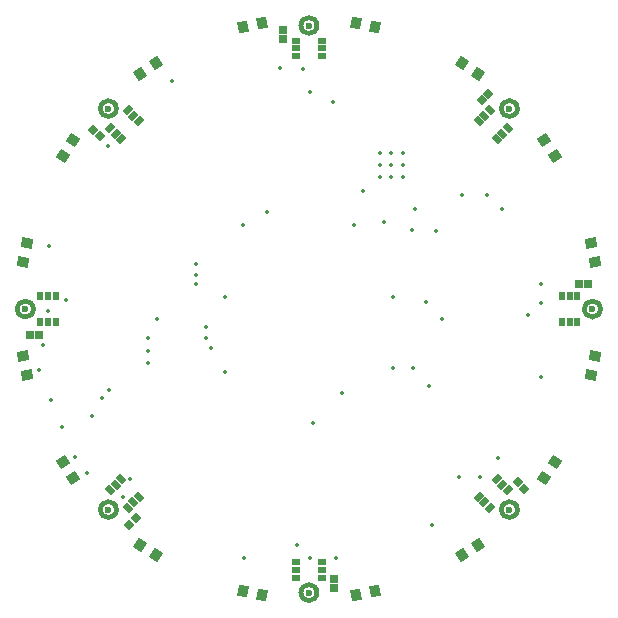
<source format=gbs>
G04 Layer_Color=16711935*
%FSAX25Y25*%
%MOIN*%
G70*
G01*
G75*
%ADD31C,0.02362*%
%ADD35C,0.00394*%
%ADD70R,0.02569X0.02647*%
%ADD74R,0.02647X0.02569*%
%ADD75C,0.01400*%
%ADD76C,0.01781*%
G04:AMPARAMS|DCode=77|XSize=21.75mil|YSize=29.62mil|CornerRadius=0mil|HoleSize=0mil|Usage=FLASHONLY|Rotation=315.000|XOffset=0mil|YOffset=0mil|HoleType=Round|Shape=Rectangle|*
%AMROTATEDRECTD77*
4,1,4,-0.01816,-0.00278,0.00278,0.01816,0.01816,0.00278,-0.00278,-0.01816,-0.01816,-0.00278,0.0*
%
%ADD77ROTATEDRECTD77*%

%ADD78R,0.02962X0.02175*%
G04:AMPARAMS|DCode=79|XSize=21.75mil|YSize=29.62mil|CornerRadius=0mil|HoleSize=0mil|Usage=FLASHONLY|Rotation=225.000|XOffset=0mil|YOffset=0mil|HoleType=Round|Shape=Rectangle|*
%AMROTATEDRECTD79*
4,1,4,-0.00278,0.01816,0.01816,-0.00278,0.00278,-0.01816,-0.01816,0.00278,-0.00278,0.01816,0.0*
%
%ADD79ROTATEDRECTD79*%

%ADD80R,0.02175X0.02962*%
G04:AMPARAMS|DCode=81|XSize=33.56mil|YSize=37.5mil|CornerRadius=0mil|HoleSize=0mil|Usage=FLASHONLY|Rotation=281.250|XOffset=0mil|YOffset=0mil|HoleType=Round|Shape=Rectangle|*
%AMROTATEDRECTD81*
4,1,4,-0.02166,0.01280,0.01511,0.02012,0.02166,-0.01280,-0.01511,-0.02012,-0.02166,0.01280,0.0*
%
%ADD81ROTATEDRECTD81*%

G04:AMPARAMS|DCode=82|XSize=33.56mil|YSize=37.5mil|CornerRadius=0mil|HoleSize=0mil|Usage=FLASHONLY|Rotation=258.750|XOffset=0mil|YOffset=0mil|HoleType=Round|Shape=Rectangle|*
%AMROTATEDRECTD82*
4,1,4,-0.01511,0.02012,0.02166,0.01280,0.01511,-0.02012,-0.02166,-0.01280,-0.01511,0.02012,0.0*
%
%ADD82ROTATEDRECTD82*%

G04:AMPARAMS|DCode=83|XSize=33.56mil|YSize=37.5mil|CornerRadius=0mil|HoleSize=0mil|Usage=FLASHONLY|Rotation=236.250|XOffset=0mil|YOffset=0mil|HoleType=Round|Shape=Rectangle|*
%AMROTATEDRECTD83*
4,1,4,-0.00627,0.02437,0.02491,0.00354,0.00627,-0.02437,-0.02491,-0.00354,-0.00627,0.02437,0.0*
%
%ADD83ROTATEDRECTD83*%

G04:AMPARAMS|DCode=84|XSize=33.56mil|YSize=37.5mil|CornerRadius=0mil|HoleSize=0mil|Usage=FLASHONLY|Rotation=213.750|XOffset=0mil|YOffset=0mil|HoleType=Round|Shape=Rectangle|*
%AMROTATEDRECTD84*
4,1,4,0.00354,0.02491,0.02437,-0.00627,-0.00354,-0.02491,-0.02437,0.00627,0.00354,0.02491,0.0*
%
%ADD84ROTATEDRECTD84*%

G04:AMPARAMS|DCode=85|XSize=33.56mil|YSize=37.5mil|CornerRadius=0mil|HoleSize=0mil|Usage=FLASHONLY|Rotation=191.250|XOffset=0mil|YOffset=0mil|HoleType=Round|Shape=Rectangle|*
%AMROTATEDRECTD85*
4,1,4,0.01280,0.02166,0.02012,-0.01511,-0.01280,-0.02166,-0.02012,0.01511,0.01280,0.02166,0.0*
%
%ADD85ROTATEDRECTD85*%

G04:AMPARAMS|DCode=86|XSize=33.56mil|YSize=37.5mil|CornerRadius=0mil|HoleSize=0mil|Usage=FLASHONLY|Rotation=168.750|XOffset=0mil|YOffset=0mil|HoleType=Round|Shape=Rectangle|*
%AMROTATEDRECTD86*
4,1,4,0.02012,0.01511,0.01280,-0.02166,-0.02012,-0.01511,-0.01280,0.02166,0.02012,0.01511,0.0*
%
%ADD86ROTATEDRECTD86*%

G04:AMPARAMS|DCode=87|XSize=33.56mil|YSize=37.5mil|CornerRadius=0mil|HoleSize=0mil|Usage=FLASHONLY|Rotation=146.250|XOffset=0mil|YOffset=0mil|HoleType=Round|Shape=Rectangle|*
%AMROTATEDRECTD87*
4,1,4,0.02437,0.00627,0.00354,-0.02491,-0.02437,-0.00627,-0.00354,0.02491,0.02437,0.00627,0.0*
%
%ADD87ROTATEDRECTD87*%

G04:AMPARAMS|DCode=88|XSize=33.56mil|YSize=37.5mil|CornerRadius=0mil|HoleSize=0mil|Usage=FLASHONLY|Rotation=123.750|XOffset=0mil|YOffset=0mil|HoleType=Round|Shape=Rectangle|*
%AMROTATEDRECTD88*
4,1,4,0.02491,-0.00354,-0.00627,-0.02437,-0.02491,0.00354,0.00627,0.02437,0.02491,-0.00354,0.0*
%
%ADD88ROTATEDRECTD88*%

G04:AMPARAMS|DCode=89|XSize=25.69mil|YSize=26.47mil|CornerRadius=0mil|HoleSize=0mil|Usage=FLASHONLY|Rotation=135.000|XOffset=0mil|YOffset=0mil|HoleType=Round|Shape=Rectangle|*
%AMROTATEDRECTD89*
4,1,4,0.01844,0.00028,-0.00028,-0.01844,-0.01844,-0.00028,0.00028,0.01844,0.01844,0.00028,0.0*
%
%ADD89ROTATEDRECTD89*%

G04:AMPARAMS|DCode=90|XSize=25.69mil|YSize=26.47mil|CornerRadius=0mil|HoleSize=0mil|Usage=FLASHONLY|Rotation=225.000|XOffset=0mil|YOffset=0mil|HoleType=Round|Shape=Rectangle|*
%AMROTATEDRECTD90*
4,1,4,-0.00028,0.01844,0.01844,-0.00028,0.00028,-0.01844,-0.01844,0.00028,-0.00028,0.01844,0.0*
%
%ADD90ROTATEDRECTD90*%

D31*
X0442165Y0328335D02*
D03*
X0509000Y0356020D02*
D03*
X0575836Y0328335D02*
D03*
X0603520Y0261500D02*
D03*
X0575836Y0194665D02*
D03*
X0509000Y0166980D02*
D03*
X0442165Y0194665D02*
D03*
X0414480Y0261500D02*
D03*
D35*
X0444044Y0326456D02*
D03*
X0509000Y0353362D02*
D03*
X0573956Y0326456D02*
D03*
X0600862Y0261500D02*
D03*
X0573956Y0196544D02*
D03*
X0509000Y0169638D02*
D03*
X0444044Y0196544D02*
D03*
X0417138Y0261500D02*
D03*
D70*
X0415886Y0253000D02*
D03*
X0419114D02*
D03*
X0602114Y0270000D02*
D03*
X0598886D02*
D03*
D74*
X0500500Y0354614D02*
D03*
Y0351386D02*
D03*
X0517500Y0168386D02*
D03*
Y0171614D02*
D03*
D75*
X0532563Y0309500D02*
D03*
X0536500D02*
D03*
X0540437D02*
D03*
X0532563Y0313437D02*
D03*
X0536500D02*
D03*
X0540437D02*
D03*
X0532563Y0305563D02*
D03*
X0536500D02*
D03*
X0540437D02*
D03*
X0428000Y0264500D02*
D03*
X0422000Y0261000D02*
D03*
X0449500Y0205000D02*
D03*
X0447000Y0199000D02*
D03*
X0505000Y0183000D02*
D03*
X0509500Y0178500D02*
D03*
X0559000Y0205500D02*
D03*
X0566000D02*
D03*
X0582000Y0259500D02*
D03*
X0586500Y0263500D02*
D03*
X0560000Y0299500D02*
D03*
X0568500D02*
D03*
X0573500Y0295007D02*
D03*
X0509500Y0334000D02*
D03*
X0507000Y0341500D02*
D03*
X0471500Y0276500D02*
D03*
Y0273000D02*
D03*
X0442000Y0316000D02*
D03*
X0463500Y0337500D02*
D03*
X0471500Y0270000D02*
D03*
X0422500Y0282500D02*
D03*
X0499500Y0342000D02*
D03*
X0559994Y0343487D02*
D03*
X0517000Y0330500D02*
D03*
X0586500Y0270000D02*
D03*
Y0239000D02*
D03*
X0572000Y0212000D02*
D03*
X0550000Y0189500D02*
D03*
X0518000Y0178500D02*
D03*
X0487500D02*
D03*
X0413740Y0277237D02*
D03*
X0543366Y0287988D02*
D03*
X0527000Y0301000D02*
D03*
X0420500Y0249500D02*
D03*
X0436618Y0225890D02*
D03*
X0430973Y0212078D02*
D03*
X0426840Y0222056D02*
D03*
X0423014Y0231295D02*
D03*
X0418900Y0241225D02*
D03*
X0455500Y0252000D02*
D03*
Y0247500D02*
D03*
Y0243500D02*
D03*
X0458500Y0258350D02*
D03*
X0481000Y0240500D02*
D03*
X0520000Y0233500D02*
D03*
X0537000Y0242000D02*
D03*
X0549000Y0236000D02*
D03*
X0537000Y0265500D02*
D03*
X0548000Y0264000D02*
D03*
X0551500Y0287500D02*
D03*
X0524000Y0289500D02*
D03*
X0495000Y0294000D02*
D03*
X0487000Y0289500D02*
D03*
X0481000Y0265500D02*
D03*
X0476500Y0248500D02*
D03*
X0442500Y0234500D02*
D03*
X0440000Y0232000D02*
D03*
X0474767Y0252000D02*
D03*
Y0255500D02*
D03*
X0510500Y0223500D02*
D03*
X0543750Y0241850D02*
D03*
X0553250Y0258150D02*
D03*
X0419114Y0253000D02*
D03*
X0451451Y0191931D02*
D03*
X0435000Y0207000D02*
D03*
X0430513Y0205269D02*
D03*
X0458006Y0179513D02*
D03*
X0493263Y0166240D02*
D03*
X0530915Y0167469D02*
D03*
X0565231Y0183013D02*
D03*
X0590987Y0210506D02*
D03*
X0604260Y0245763D02*
D03*
X0603031Y0283415D02*
D03*
X0587487Y0317731D02*
D03*
X0524737Y0356760D02*
D03*
X0487085Y0355531D02*
D03*
X0452769Y0339987D02*
D03*
X0427013Y0312494D02*
D03*
X0534000Y0290500D02*
D03*
X0544500Y0295000D02*
D03*
D76*
X0444822Y0328335D02*
G03*
X0444822Y0328335I-0002657J0000000D01*
G01*
X0511657Y0356020D02*
G03*
X0511657Y0356020I-0002657J0000000D01*
G01*
X0578493Y0328335D02*
G03*
X0578493Y0328335I-0002657J0000000D01*
G01*
X0606177Y0261500D02*
G03*
X0606177Y0261500I-0002657J0000000D01*
G01*
X0578493Y0194665D02*
G03*
X0578493Y0194665I-0002657J0000000D01*
G01*
X0511657Y0166980D02*
G03*
X0511657Y0166980I-0002657J0000000D01*
G01*
X0444822Y0194665D02*
G03*
X0444822Y0194665I-0002657J0000000D01*
G01*
X0417138Y0261500D02*
G03*
X0417138Y0261500I-0002657J0000000D01*
G01*
D77*
X0452326Y0324160D02*
D03*
X0450516Y0325969D02*
D03*
X0448707Y0327779D02*
D03*
X0442721Y0321793D02*
D03*
X0444531Y0319984D02*
D03*
X0446340Y0318174D02*
D03*
X0565674Y0198840D02*
D03*
X0567484Y0197031D02*
D03*
X0569293Y0195221D02*
D03*
X0575279Y0201207D02*
D03*
X0573469Y0203016D02*
D03*
X0571660Y0204826D02*
D03*
D78*
X0504768Y0345882D02*
D03*
Y0348441D02*
D03*
Y0351000D02*
D03*
X0513232D02*
D03*
Y0348441D02*
D03*
Y0345882D02*
D03*
Y0177118D02*
D03*
Y0174559D02*
D03*
Y0172000D02*
D03*
X0504768D02*
D03*
Y0174559D02*
D03*
Y0177118D02*
D03*
D79*
X0571660Y0318174D02*
D03*
X0573469Y0319984D02*
D03*
X0575279Y0321793D02*
D03*
X0569293Y0327779D02*
D03*
X0567484Y0325969D02*
D03*
X0565674Y0324160D02*
D03*
X0446340Y0204826D02*
D03*
X0444531Y0203016D02*
D03*
X0442721Y0201207D02*
D03*
X0448707Y0195221D02*
D03*
X0450516Y0197031D02*
D03*
X0452326Y0198840D02*
D03*
D80*
X0593382Y0265732D02*
D03*
X0595941D02*
D03*
X0598500D02*
D03*
Y0257268D02*
D03*
X0595941D02*
D03*
X0593382D02*
D03*
X0424618D02*
D03*
X0422059D02*
D03*
X0419500D02*
D03*
Y0265732D02*
D03*
X0422059D02*
D03*
X0424618D02*
D03*
D81*
X0413740Y0245763D02*
D03*
X0414969Y0239585D02*
D03*
X0604260Y0277237D02*
D03*
X0603031Y0283415D02*
D03*
D82*
X0414969D02*
D03*
X0413740Y0277237D02*
D03*
X0603031Y0239585D02*
D03*
X0604260Y0245763D02*
D03*
D83*
X0430513Y0317731D02*
D03*
X0427013Y0312494D02*
D03*
X0587487Y0205269D02*
D03*
X0590987Y0210506D02*
D03*
D84*
X0458006Y0343487D02*
D03*
X0452769Y0339987D02*
D03*
X0559994Y0179513D02*
D03*
X0565231Y0183013D02*
D03*
D85*
X0493263Y0356760D02*
D03*
X0487085Y0355531D02*
D03*
X0524737Y0166240D02*
D03*
X0530915Y0167469D02*
D03*
D86*
Y0355531D02*
D03*
X0524737Y0356760D02*
D03*
X0487085Y0167469D02*
D03*
X0493263Y0166240D02*
D03*
D87*
X0565231Y0339987D02*
D03*
X0559994Y0343487D02*
D03*
X0452769Y0183013D02*
D03*
X0458006Y0179513D02*
D03*
D88*
X0590987Y0312494D02*
D03*
X0587487Y0317731D02*
D03*
X0427013Y0210506D02*
D03*
X0430513Y0205269D02*
D03*
D89*
X0437148Y0321331D02*
D03*
X0439431Y0319049D02*
D03*
X0580852Y0201669D02*
D03*
X0578569Y0203952D02*
D03*
D90*
X0449169Y0189648D02*
D03*
X0451451Y0191931D02*
D03*
X0568831Y0333352D02*
D03*
X0566548Y0331069D02*
D03*
M02*

</source>
